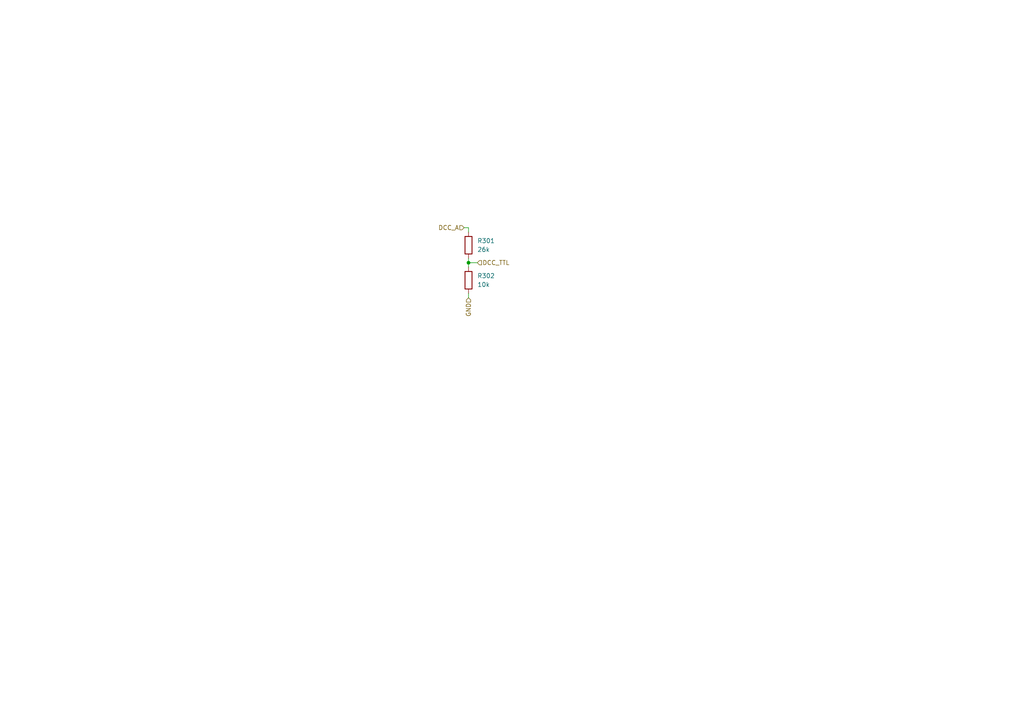
<source format=kicad_sch>
(kicad_sch (version 20230121) (generator eeschema)
  (paper "A4")
  (lib_symbols
    (symbol "Device:R" (pin_numbers hide) (pin_names (offset 0))
      (property "Reference" "R" (at 2.032 0 90))
      (property "Value" "R" (at 0 0 90))
      (symbol "R_0_1"
        (rectangle (start -1.016 -2.54) (end 1.016 2.54) (stroke (width 0.254)))
      )
      (symbol "R_1_1"
        (pin passive line (at 0 3.81 270) (length 1.27) (name "~") (number "1"))
        (pin passive line (at 0 -3.81 90) (length 1.27) (name "~") (number "2"))
      )
    )
  )
  (junction (at 135.89 76.2))
  (wire (pts (xy 135.89 85.09) (xy 135.89 86.36)))
  (wire (pts (xy 135.89 74.93) (xy 135.89 76.2)))
  (wire (pts (xy 135.89 76.2) (xy 138.43 76.2)))
  (wire (pts (xy 135.89 66.04) (xy 135.89 67.31)))
  (wire (pts (xy 134.62 66.04) (xy 135.89 66.04)))
  (wire (pts (xy 135.89 77.47) (xy 135.89 76.2)))
  (hierarchical_label "DCC_TTL" (shape input) (at 138.43 76.2 0))
  (hierarchical_label "GND" (shape input) (at 135.89 86.36 270))
  (hierarchical_label "DCC_A" (shape input) (at 134.62 66.04 180))
  (symbol (lib_id "Device:R") (at 135.89 71.12 0) (unit 1)
    (property "Reference" "R301" (at 138.43 69.85 0) (effects (justify left)))
    (property "Value" "26k" (at 138.43 72.39 0) (effects (justify left)))
    (property "Footprint" "Resistor_SMD:R_0402_1005Metric" (effects hide))
    (property "JLCPCB Part#" "C25771" (effects hide))
    (instances (project "DCC" (path "" (reference "R301") (unit 1))) (project "semaphore" (path "" (reference "R301") (unit 1))) (project "pantoGraph" (path "" (reference "R301") (unit 1))) (project "lightSignal" (path "" (reference "R2") (unit 1))) (project "light" (path "" (reference "R2") (unit 1))))
  )
  (symbol (lib_id "Device:R") (at 135.89 81.28 0) (unit 1)
    (property "Reference" "R302" (at 138.43 80.01 0) (effects (justify left)))
    (property "Value" "10k" (at 138.43 82.55 0) (effects (justify left)))
    (property "Footprint" "Resistor_SMD:R_0402_1005Metric" (effects hide))
    (property "JLCPCB Part#" "C25744" (effects hide))
    (instances (project "DCC" (path "" (reference "R302") (unit 1))) (project "semaphore" (path "" (reference "R302") (unit 1))) (project "pantoGraph" (path "" (reference "R302") (unit 1))) (project "lightSignal" (path "" (reference "R3") (unit 1))) (project "light" (path "" (reference "R3") (unit 1))))
  )
)
</source>
